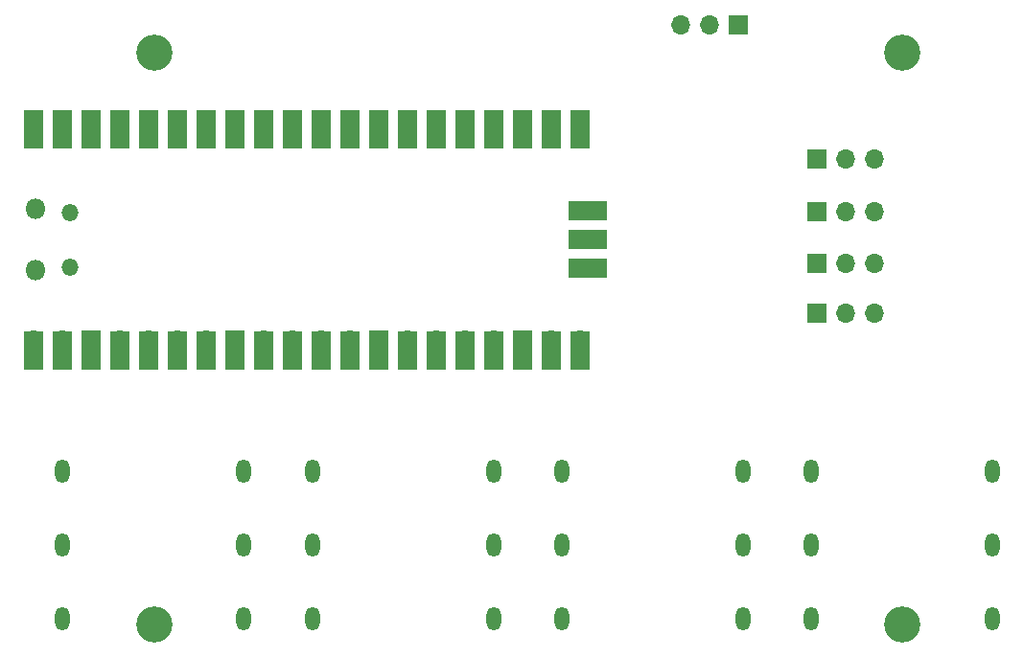
<source format=gbr>
%TF.GenerationSoftware,KiCad,Pcbnew,8.0.7*%
%TF.CreationDate,2025-04-18T20:19:49+02:00*%
%TF.ProjectId,midi_pedals,6d696469-5f70-4656-9461-6c732e6b6963,rev?*%
%TF.SameCoordinates,Original*%
%TF.FileFunction,Soldermask,Top*%
%TF.FilePolarity,Negative*%
%FSLAX46Y46*%
G04 Gerber Fmt 4.6, Leading zero omitted, Abs format (unit mm)*
G04 Created by KiCad (PCBNEW 8.0.7) date 2025-04-18 20:19:49*
%MOMM*%
%LPD*%
G01*
G04 APERTURE LIST*
%ADD10O,1.300000X2.100000*%
%ADD11C,3.200000*%
%ADD12R,1.700000X1.700000*%
%ADD13O,1.700000X1.700000*%
%ADD14O,1.800000X1.800000*%
%ADD15O,1.500000X1.500000*%
%ADD16R,1.700000X3.500000*%
%ADD17R,3.500000X1.700000*%
G04 APERTURE END LIST*
D10*
%TO.C,JACK4*%
X173500000Y-78500000D03*
X189500000Y-78500000D03*
X173500000Y-72000000D03*
X189500000Y-72000000D03*
X173500000Y-65500000D03*
X189500000Y-65500000D03*
%TD*%
%TO.C,JACK3*%
X151450000Y-78500000D03*
X167450000Y-78500000D03*
X151450000Y-72000000D03*
X167450000Y-72000000D03*
X151450000Y-65500000D03*
X167450000Y-65500000D03*
%TD*%
%TO.C,JACK2*%
X129400000Y-78500000D03*
X145400000Y-78500000D03*
X129400000Y-72000000D03*
X145400000Y-72000000D03*
X129400000Y-65500000D03*
X145400000Y-65500000D03*
%TD*%
%TO.C,JACK1*%
X107350000Y-78500000D03*
X123350000Y-78500000D03*
X107350000Y-72000000D03*
X123350000Y-72000000D03*
X107350000Y-65500000D03*
X123350000Y-65500000D03*
%TD*%
D11*
%TO.C,H4*%
X115500000Y-79000000D03*
%TD*%
%TO.C,H3*%
X181500000Y-28500000D03*
%TD*%
%TO.C,H2*%
X115500000Y-28500000D03*
%TD*%
%TO.C,H1*%
X181500000Y-79000000D03*
%TD*%
D12*
%TO.C,SW2*%
X174000000Y-42500000D03*
D13*
X176540000Y-42500000D03*
X179080000Y-42500000D03*
%TD*%
D12*
%TO.C,SW1*%
X174000000Y-37900000D03*
D13*
X176540000Y-37900000D03*
X179080000Y-37900000D03*
%TD*%
D14*
%TO.C,U1*%
X104970000Y-47725000D03*
D15*
X108000000Y-47425000D03*
X108000000Y-42575000D03*
D14*
X104970000Y-42275000D03*
D13*
X104840000Y-53890000D03*
D16*
X104840000Y-54790000D03*
D13*
X107380000Y-53890000D03*
D16*
X107380000Y-54790000D03*
D12*
X109920000Y-53890000D03*
D16*
X109920000Y-54790000D03*
D13*
X112460000Y-53890000D03*
D16*
X112460000Y-54790000D03*
D13*
X115000000Y-53890000D03*
D16*
X115000000Y-54790000D03*
D13*
X117540000Y-53890000D03*
D16*
X117540000Y-54790000D03*
D13*
X120080000Y-53890000D03*
D16*
X120080000Y-54790000D03*
D12*
X122620000Y-53890000D03*
D16*
X122620000Y-54790000D03*
D13*
X125160000Y-53890000D03*
D16*
X125160000Y-54790000D03*
D13*
X127700000Y-53890000D03*
D16*
X127700000Y-54790000D03*
D13*
X130240000Y-53890000D03*
D16*
X130240000Y-54790000D03*
D13*
X132780000Y-53890000D03*
D16*
X132780000Y-54790000D03*
D12*
X135320000Y-53890000D03*
D16*
X135320000Y-54790000D03*
D13*
X137860000Y-53890000D03*
D16*
X137860000Y-54790000D03*
D13*
X140400000Y-53890000D03*
D16*
X140400000Y-54790000D03*
D13*
X142940000Y-53890000D03*
D16*
X142940000Y-54790000D03*
D13*
X145480000Y-53890000D03*
D16*
X145480000Y-54790000D03*
D12*
X148020000Y-53890000D03*
D16*
X148020000Y-54790000D03*
D13*
X150560000Y-53890000D03*
D16*
X150560000Y-54790000D03*
D13*
X153100000Y-53890000D03*
D16*
X153100000Y-54790000D03*
D13*
X153100000Y-36110000D03*
D16*
X153100000Y-35210000D03*
D13*
X150560000Y-36110000D03*
D16*
X150560000Y-35210000D03*
D12*
X148020000Y-36110000D03*
D16*
X148020000Y-35210000D03*
D13*
X145480000Y-36110000D03*
D16*
X145480000Y-35210000D03*
D13*
X142940000Y-36110000D03*
D16*
X142940000Y-35210000D03*
D13*
X140400000Y-36110000D03*
D16*
X140400000Y-35210000D03*
D13*
X137860000Y-36110000D03*
D16*
X137860000Y-35210000D03*
D12*
X135320000Y-36110000D03*
D16*
X135320000Y-35210000D03*
D13*
X132780000Y-36110000D03*
D16*
X132780000Y-35210000D03*
D13*
X130240000Y-36110000D03*
D16*
X130240000Y-35210000D03*
D13*
X127700000Y-36110000D03*
D16*
X127700000Y-35210000D03*
D13*
X125160000Y-36110000D03*
D16*
X125160000Y-35210000D03*
D12*
X122620000Y-36110000D03*
D16*
X122620000Y-35210000D03*
D13*
X120080000Y-36110000D03*
D16*
X120080000Y-35210000D03*
D13*
X117540000Y-36110000D03*
D16*
X117540000Y-35210000D03*
D13*
X115000000Y-36110000D03*
D16*
X115000000Y-35210000D03*
D13*
X112460000Y-36110000D03*
D16*
X112460000Y-35210000D03*
D12*
X109920000Y-36110000D03*
D16*
X109920000Y-35210000D03*
D13*
X107380000Y-36110000D03*
D16*
X107380000Y-35210000D03*
D13*
X104840000Y-36110000D03*
D16*
X104840000Y-35210000D03*
D13*
X152870000Y-47540000D03*
D17*
X153770000Y-47540000D03*
D12*
X152870000Y-45000000D03*
D17*
X153770000Y-45000000D03*
D13*
X152870000Y-42460000D03*
D17*
X153770000Y-42460000D03*
%TD*%
D12*
%TO.C,SW4*%
X174000000Y-51500000D03*
D13*
X176540000Y-51500000D03*
X179080000Y-51500000D03*
%TD*%
D12*
%TO.C,J1*%
X167000000Y-26025000D03*
D13*
X164460000Y-26025000D03*
X161920000Y-26025000D03*
%TD*%
D12*
%TO.C,SW3*%
X174000000Y-47100000D03*
D13*
X176540000Y-47100000D03*
X179080000Y-47100000D03*
%TD*%
M02*

</source>
